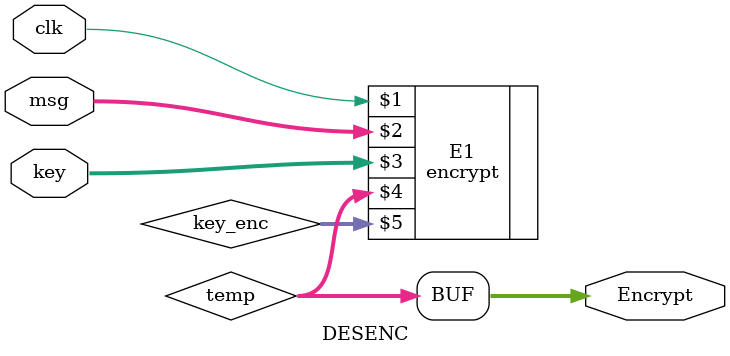
<source format=sv>
`include"Encrypt.sv"
`timescale 1ns/10ps

module DESENC( input clk,  //Inputs for DES Top module // Clock signal
            input [1:64] key,   //Key Input Cipher
            input [1:64] msg,   //Input Message Text
            output [1:64] Encrypt ) ;      //Output from module - Encrypted Cipher text
 
  
  reg [1:64] temp,temp2,key_enc; //Register to store output  - given to encrypt and decrypt

  encrypt E1(clk,msg,key,temp,key_enc);//encrypt module
  
  assign Encrypt=temp;
  assign Decrypt=temp2;

endmodule



</source>
